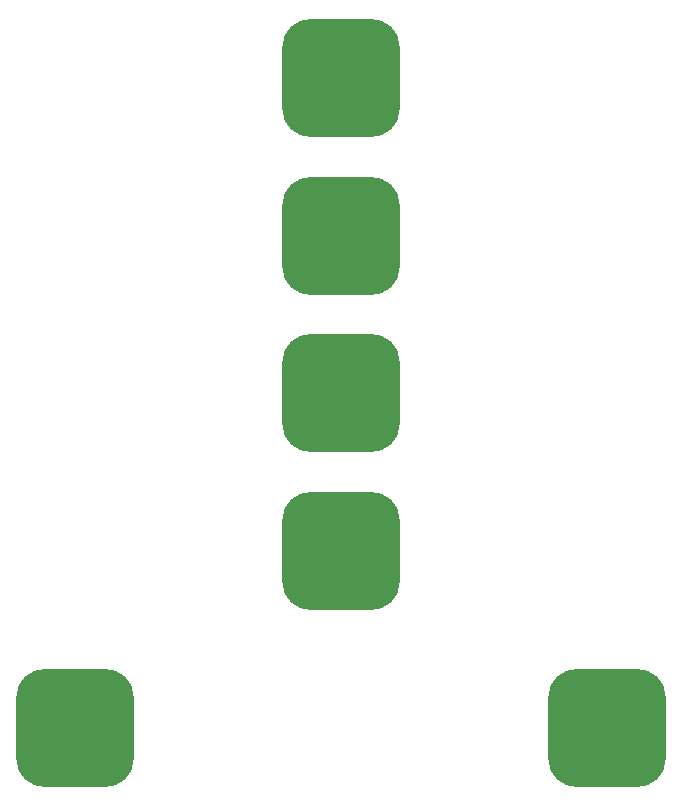
<source format=gbp>
%FSLAX24Y24*%
%MOIN*%
%SFA1B1*%

%IPPOS*%
%AMD36*
4,1,8,0.098400,0.196800,-0.098400,0.196800,-0.196800,0.098400,-0.196800,-0.098400,-0.098400,-0.196800,0.098400,-0.196800,0.196800,-0.098400,0.196800,0.098400,0.098400,0.196800,0.0*
1,1,0.196800,0.098400,0.098400*
1,1,0.196800,-0.098400,0.098400*
1,1,0.196800,-0.098400,-0.098400*
1,1,0.196800,0.098400,-0.098400*
%
G04~CAMADD=36~8~0.0~0.0~3937.0~3937.0~984.0~0.0~15~0.0~0.0~0.0~0.0~0~0.0~0.0~0.0~0.0~0~0.0~0.0~0.0~0.0~3937.0~3937.0*
%ADD36D36*%
%LNde-250624-1*%
%LPD*%
G54D36*
X15906Y13937D03*
X24764Y35591D03*
Y30341D03*
Y25092D03*
Y19843D03*
X33622Y13937D03*
M02*
</source>
